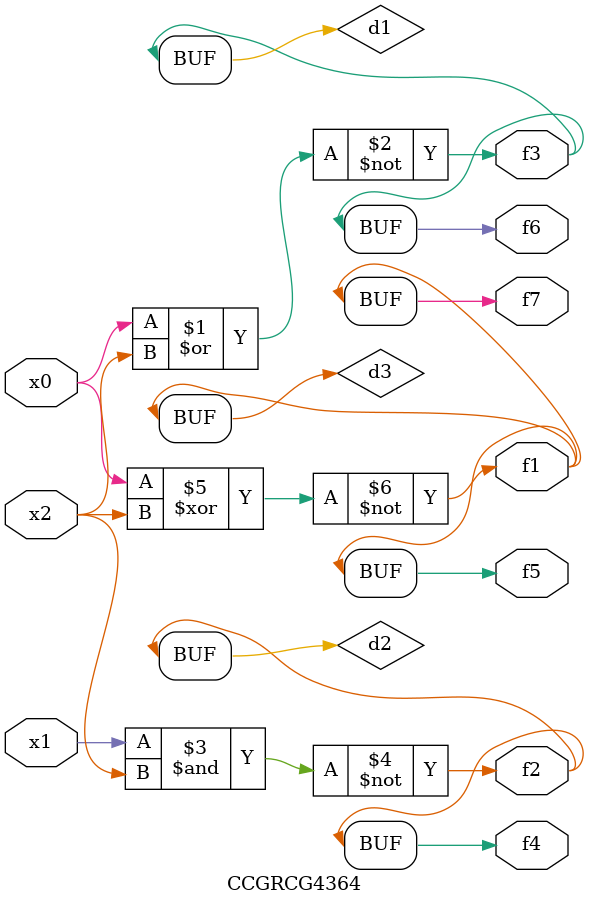
<source format=v>
module CCGRCG4364(
	input x0, x1, x2,
	output f1, f2, f3, f4, f5, f6, f7
);

	wire d1, d2, d3;

	nor (d1, x0, x2);
	nand (d2, x1, x2);
	xnor (d3, x0, x2);
	assign f1 = d3;
	assign f2 = d2;
	assign f3 = d1;
	assign f4 = d2;
	assign f5 = d3;
	assign f6 = d1;
	assign f7 = d3;
endmodule

</source>
